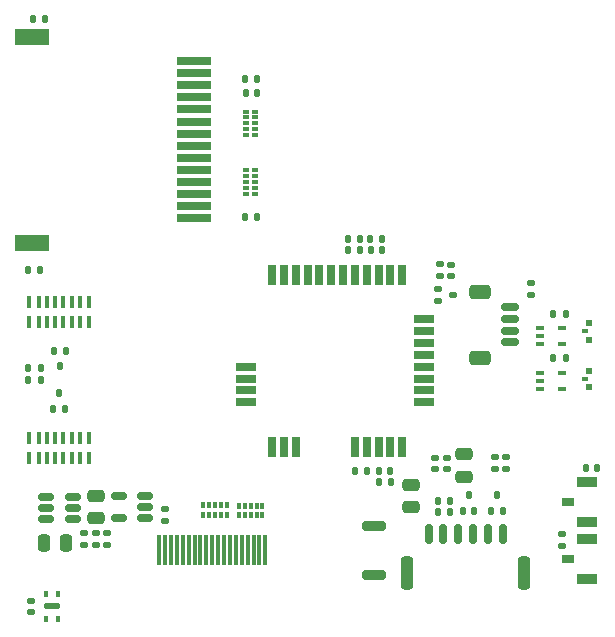
<source format=gbr>
%TF.GenerationSoftware,KiCad,Pcbnew,8.0.7*%
%TF.CreationDate,2024-12-17T16:06:41+01:00*%
%TF.ProjectId,CM5_MINIMA,434d355f-4d49-44e4-994d-412e6b696361,rev?*%
%TF.SameCoordinates,Original*%
%TF.FileFunction,Paste,Top*%
%TF.FilePolarity,Positive*%
%FSLAX46Y46*%
G04 Gerber Fmt 4.6, Leading zero omitted, Abs format (unit mm)*
G04 Created by KiCad (PCBNEW 8.0.7) date 2024-12-17 16:06:41*
%MOMM*%
%LPD*%
G01*
G04 APERTURE LIST*
G04 Aperture macros list*
%AMRoundRect*
0 Rectangle with rounded corners*
0 $1 Rounding radius*
0 $2 $3 $4 $5 $6 $7 $8 $9 X,Y pos of 4 corners*
0 Add a 4 corners polygon primitive as box body*
4,1,4,$2,$3,$4,$5,$6,$7,$8,$9,$2,$3,0*
0 Add four circle primitives for the rounded corners*
1,1,$1+$1,$2,$3*
1,1,$1+$1,$4,$5*
1,1,$1+$1,$6,$7*
1,1,$1+$1,$8,$9*
0 Add four rect primitives between the rounded corners*
20,1,$1+$1,$2,$3,$4,$5,0*
20,1,$1+$1,$4,$5,$6,$7,0*
20,1,$1+$1,$6,$7,$8,$9,0*
20,1,$1+$1,$8,$9,$2,$3,0*%
G04 Aperture macros list end*
%ADD10R,3.000000X0.710000*%
%ADD11R,3.000000X1.400000*%
%ADD12RoundRect,0.150000X0.512500X0.150000X-0.512500X0.150000X-0.512500X-0.150000X0.512500X-0.150000X0*%
%ADD13RoundRect,0.135000X0.185000X-0.135000X0.185000X0.135000X-0.185000X0.135000X-0.185000X-0.135000X0*%
%ADD14RoundRect,0.140000X-0.170000X0.140000X-0.170000X-0.140000X0.170000X-0.140000X0.170000X0.140000X0*%
%ADD15RoundRect,0.150000X0.150000X0.700000X-0.150000X0.700000X-0.150000X-0.700000X0.150000X-0.700000X0*%
%ADD16RoundRect,0.250000X0.250000X1.150000X-0.250000X1.150000X-0.250000X-1.150000X0.250000X-1.150000X0*%
%ADD17R,0.800000X1.800000*%
%ADD18R,1.800000X0.800000*%
%ADD19RoundRect,0.075000X0.075000X0.200000X-0.075000X0.200000X-0.075000X-0.200000X0.075000X-0.200000X0*%
%ADD20R,1.700000X0.900000*%
%ADD21R,1.100000X0.800000*%
%ADD22RoundRect,0.250000X-0.475000X0.250000X-0.475000X-0.250000X0.475000X-0.250000X0.475000X0.250000X0*%
%ADD23RoundRect,0.135000X0.135000X0.185000X-0.135000X0.185000X-0.135000X-0.185000X0.135000X-0.185000X0*%
%ADD24RoundRect,0.147500X0.172500X-0.147500X0.172500X0.147500X-0.172500X0.147500X-0.172500X-0.147500X0*%
%ADD25RoundRect,0.147500X0.147500X0.172500X-0.147500X0.172500X-0.147500X-0.172500X0.147500X-0.172500X0*%
%ADD26RoundRect,0.200000X0.800000X-0.200000X0.800000X0.200000X-0.800000X0.200000X-0.800000X-0.200000X0*%
%ADD27RoundRect,0.140000X0.170000X-0.140000X0.170000X0.140000X-0.170000X0.140000X-0.170000X-0.140000X0*%
%ADD28RoundRect,0.075000X0.200000X-0.075000X0.200000X0.075000X-0.200000X0.075000X-0.200000X-0.075000X0*%
%ADD29RoundRect,0.135000X-0.185000X0.135000X-0.185000X-0.135000X0.185000X-0.135000X0.185000X0.135000X0*%
%ADD30RoundRect,0.125000X0.125000X-0.175000X0.125000X0.175000X-0.125000X0.175000X-0.125000X-0.175000X0*%
%ADD31RoundRect,0.135000X-0.135000X-0.185000X0.135000X-0.185000X0.135000X0.185000X-0.135000X0.185000X0*%
%ADD32RoundRect,0.125000X-0.175000X-0.125000X0.175000X-0.125000X0.175000X0.125000X-0.175000X0.125000X0*%
%ADD33RoundRect,0.250000X0.475000X-0.250000X0.475000X0.250000X-0.475000X0.250000X-0.475000X-0.250000X0*%
%ADD34RoundRect,0.150000X0.625000X-0.150000X0.625000X0.150000X-0.625000X0.150000X-0.625000X-0.150000X0*%
%ADD35RoundRect,0.250000X0.650000X-0.350000X0.650000X0.350000X-0.650000X0.350000X-0.650000X-0.350000X0*%
%ADD36RoundRect,0.250000X-0.250000X-0.475000X0.250000X-0.475000X0.250000X0.475000X-0.250000X0.475000X0*%
%ADD37RoundRect,0.100000X-0.225000X-0.100000X0.225000X-0.100000X0.225000X0.100000X-0.225000X0.100000X0*%
%ADD38RoundRect,0.140000X-0.140000X-0.170000X0.140000X-0.170000X0.140000X0.170000X-0.140000X0.170000X0*%
%ADD39RoundRect,0.087500X0.087500X-0.187500X0.087500X0.187500X-0.087500X0.187500X-0.087500X-0.187500X0*%
%ADD40RoundRect,0.125000X0.575000X-0.125000X0.575000X0.125000X-0.575000X0.125000X-0.575000X-0.125000X0*%
%ADD41RoundRect,0.087500X-0.087500X0.187500X-0.087500X-0.187500X0.087500X-0.187500X0.087500X0.187500X0*%
%ADD42R,0.400000X1.100000*%
%ADD43R,0.300000X2.600000*%
%ADD44RoundRect,0.125000X-0.125000X0.175000X-0.125000X-0.175000X0.125000X-0.175000X0.125000X0.175000X0*%
%ADD45RoundRect,0.140000X0.140000X0.170000X-0.140000X0.170000X-0.140000X-0.170000X0.140000X-0.170000X0*%
%ADD46R,0.600000X0.600000*%
%ADD47R,0.500000X0.400000*%
G04 APERTURE END LIST*
D10*
%TO.C,T401*%
X19270000Y38350000D03*
X19270000Y39370000D03*
X19270000Y40390000D03*
X19270000Y41410000D03*
X19270000Y42430000D03*
X19270000Y43450000D03*
X19270000Y44470000D03*
X19270000Y45490000D03*
X19270000Y46510000D03*
X19270000Y47530000D03*
X19270000Y48550000D03*
X19270000Y49570000D03*
X19270000Y50590000D03*
X19270000Y51610000D03*
D11*
X5570000Y36255000D03*
X5570000Y53705000D03*
%TD*%
D12*
%TO.C,U405*%
X15147500Y12900000D03*
X15147500Y13850000D03*
X15147500Y14800000D03*
X12872500Y14800000D03*
X12872500Y12900000D03*
%TD*%
D13*
%TO.C,R601*%
X50400000Y10600000D03*
X50400000Y11620000D03*
%TD*%
D14*
%TO.C,C504*%
X39700000Y18030000D03*
X39700000Y17070000D03*
%TD*%
D15*
%TO.C,J502*%
X45375000Y11600000D03*
X44125000Y11600000D03*
X42875000Y11600000D03*
X41625000Y11600000D03*
X40375000Y11600000D03*
X39125000Y11600000D03*
D16*
X47225000Y8250000D03*
X37275000Y8250000D03*
%TD*%
D17*
%TO.C,U502*%
X36880000Y33540000D03*
X35880000Y33540000D03*
X34880000Y33539999D03*
X33880000Y33540000D03*
X32880000Y33540000D03*
X31880000Y33540000D03*
X30880000Y33540000D03*
X29880000Y33539999D03*
X28880000Y33540000D03*
X27880000Y33540000D03*
X26880000Y33540000D03*
X25879999Y33540000D03*
D18*
X23630000Y25750000D03*
X23630000Y24750000D03*
X23630000Y23750000D03*
X23630000Y22750000D03*
D17*
X25879999Y18960000D03*
X26880000Y18960000D03*
X27880000Y18960000D03*
X32880000Y18960000D03*
X33880000Y18960000D03*
X34880000Y18960001D03*
X35880000Y18960000D03*
X36880000Y18960000D03*
D18*
X38770000Y22750000D03*
X38770000Y23750000D03*
X38770000Y24750000D03*
X38770000Y25750000D03*
X38770000Y26750000D03*
X38770000Y27750000D03*
X38770000Y28750000D03*
X38770000Y29750000D03*
%TD*%
D19*
%TO.C,U403*%
X25050000Y13985000D03*
X24550000Y13985000D03*
X24050000Y13985000D03*
X23550000Y13985000D03*
X23050000Y13985000D03*
X23050000Y13215000D03*
X23550000Y13215000D03*
X24050000Y13215000D03*
X24550000Y13215000D03*
X25050000Y13215000D03*
%TD*%
D20*
%TO.C,SW602*%
X52550000Y16000000D03*
X52550000Y12600000D03*
D21*
X50910000Y14300000D03*
%TD*%
D22*
%TO.C,C503*%
X42100000Y18349999D03*
X42100000Y16450001D03*
%TD*%
D23*
%TO.C,R504*%
X35909999Y15950000D03*
X34890001Y15950000D03*
%TD*%
D24*
%TO.C,D505*%
X41000000Y33415000D03*
X41000000Y34385000D03*
%TD*%
D20*
%TO.C,SW601*%
X52550000Y11200000D03*
X52550000Y7800000D03*
D21*
X50910000Y9500000D03*
%TD*%
D25*
%TO.C,D504*%
X35170000Y35650000D03*
X34200000Y35650000D03*
%TD*%
D26*
%TO.C,SW501*%
X34500000Y8100000D03*
X34500000Y12300000D03*
%TD*%
D23*
%TO.C,R606*%
X50710000Y30250000D03*
X49690000Y30250000D03*
%TD*%
D13*
%TO.C,R103*%
X45650000Y17090000D03*
X45650000Y18110000D03*
%TD*%
D25*
%TO.C,D503*%
X35155000Y36600000D03*
X34185000Y36600000D03*
%TD*%
D27*
%TO.C,C502*%
X16800000Y12720000D03*
X16800000Y13680000D03*
%TD*%
D12*
%TO.C,U701*%
X9037500Y12850000D03*
X9037500Y13800000D03*
X9037500Y14750000D03*
X6762500Y14750000D03*
X6762500Y13800000D03*
X6762500Y12850000D03*
%TD*%
D28*
%TO.C,U401*%
X24450000Y40400000D03*
X24450000Y40900000D03*
X24450000Y41400000D03*
X24450000Y41900000D03*
X24450000Y42400000D03*
X23680000Y42400000D03*
X23680000Y41900000D03*
X23680000Y41400000D03*
X23680000Y40900000D03*
X23680000Y40400000D03*
%TD*%
D29*
%TO.C,R101*%
X10950000Y11660000D03*
X10950000Y10640000D03*
%TD*%
D13*
%TO.C,R507*%
X40050000Y33390001D03*
X40050000Y34409999D03*
%TD*%
D23*
%TO.C,R402*%
X24610000Y50150000D03*
X23590000Y50150000D03*
%TD*%
D13*
%TO.C,R102*%
X44700000Y17090000D03*
X44700000Y18110000D03*
%TD*%
D30*
%TO.C,D501*%
X44400000Y13550000D03*
X45400000Y13550000D03*
X44900000Y14850000D03*
%TD*%
D23*
%TO.C,R401*%
X24610000Y38400000D03*
X23590000Y38400000D03*
%TD*%
D31*
%TO.C,R505*%
X32260001Y36600000D03*
X33279999Y36600000D03*
%TD*%
D32*
%TO.C,Q501*%
X39900000Y32300000D03*
X39900000Y31300000D03*
X41199999Y31800000D03*
%TD*%
D31*
%TO.C,R403*%
X5590000Y55200000D03*
X6610000Y55200000D03*
%TD*%
D33*
%TO.C,C701*%
X10950000Y12900000D03*
X10950000Y14800000D03*
%TD*%
D14*
%TO.C,C505*%
X40650000Y18030000D03*
X40650000Y17070000D03*
%TD*%
D34*
%TO.C,J601*%
X46025000Y27800000D03*
X46025000Y28800000D03*
X46025000Y29800000D03*
X46025000Y30800000D03*
D35*
X43500000Y26500000D03*
X43500000Y32100000D03*
%TD*%
D36*
%TO.C,C703*%
X6550000Y10850000D03*
X8450000Y10850000D03*
%TD*%
D37*
%TO.C,U602*%
X48550000Y25200000D03*
X48550000Y24550000D03*
X48550000Y23900000D03*
X50450000Y23900000D03*
X50450000Y25200000D03*
%TD*%
D27*
%TO.C,C602*%
X5450000Y4970000D03*
X5450000Y5930000D03*
%TD*%
D38*
%TO.C,C401*%
X23620000Y48900000D03*
X24580000Y48900000D03*
%TD*%
D31*
%TO.C,R702*%
X5240001Y24650000D03*
X6259999Y24650000D03*
%TD*%
D23*
%TO.C,R503*%
X33909999Y16900000D03*
X32890001Y16900000D03*
%TD*%
D39*
%TO.C,U601*%
X6700000Y4425000D03*
X7700000Y4425000D03*
D40*
X7200000Y5450000D03*
D41*
X6700000Y6475000D03*
X7700000Y6475000D03*
%TD*%
D42*
%TO.C,J101*%
X10400000Y29550000D03*
X9600000Y29550000D03*
X8900000Y29550000D03*
X8200000Y29550000D03*
X7500000Y29550000D03*
X6800000Y29550000D03*
X6100000Y29550000D03*
X5300000Y29550000D03*
X5300000Y31250000D03*
X6100000Y31250000D03*
X6800000Y31250000D03*
X7500000Y31250000D03*
X8200000Y31250000D03*
X8900000Y31250000D03*
X9600000Y31250000D03*
X10400000Y31250000D03*
%TD*%
D31*
%TO.C,R501*%
X39890000Y14400000D03*
X40910000Y14400000D03*
%TD*%
%TO.C,R506*%
X32270001Y35649999D03*
X33289999Y35649999D03*
%TD*%
D28*
%TO.C,U402*%
X24430000Y45350000D03*
X24430000Y45850000D03*
X24430000Y46350000D03*
X24430000Y46850000D03*
X24430000Y47350000D03*
X23660000Y47350000D03*
X23660000Y46850000D03*
X23660000Y46350000D03*
X23660000Y45850000D03*
X23660000Y45350000D03*
%TD*%
D14*
%TO.C,C501*%
X11900000Y11630000D03*
X11900000Y10670000D03*
%TD*%
D43*
%TO.C,J501*%
X25300000Y10230000D03*
X24800000Y10230000D03*
X24300000Y10230000D03*
X23800000Y10230000D03*
X23300000Y10230000D03*
X22800000Y10230000D03*
X22300000Y10230000D03*
X21800000Y10230000D03*
X21300000Y10230000D03*
X20800000Y10230000D03*
X20300000Y10230000D03*
X19800000Y10230000D03*
X19300000Y10230000D03*
X18800000Y10230000D03*
X18300000Y10230000D03*
X17800000Y10230000D03*
X17300000Y10230000D03*
X16800000Y10230000D03*
X16300000Y10230000D03*
%TD*%
D29*
%TO.C,R701*%
X9950000Y11660000D03*
X9950000Y10640000D03*
%TD*%
D44*
%TO.C,D101*%
X8400000Y27100000D03*
X7400000Y27100000D03*
X7900000Y25800000D03*
%TD*%
D38*
%TO.C,C102*%
X52420000Y17200000D03*
X53380000Y17200000D03*
%TD*%
D45*
%TO.C,C101*%
X6180000Y33950000D03*
X5220000Y33950000D03*
%TD*%
D37*
%TO.C,U603*%
X48550000Y29000000D03*
X48550000Y28350000D03*
X48550000Y27700000D03*
X50450000Y27700000D03*
X50450000Y29000000D03*
%TD*%
D29*
%TO.C,R104*%
X47800000Y32810000D03*
X47800000Y31790000D03*
%TD*%
D42*
%TO.C,USB701*%
X10400000Y18000000D03*
X9600000Y18000000D03*
X8900000Y18000000D03*
X8200000Y18000000D03*
X7500000Y18000000D03*
X6800000Y18000000D03*
X6100000Y18000000D03*
X5300000Y18000000D03*
X5300000Y19700000D03*
X6100000Y19700000D03*
X6800000Y19700000D03*
X7500000Y19700000D03*
X8200000Y19700000D03*
X8900000Y19700000D03*
X9600000Y19700000D03*
X10400000Y19700000D03*
%TD*%
D30*
%TO.C,D701*%
X7350000Y22200000D03*
X8350000Y22200000D03*
X7850000Y23499999D03*
%TD*%
D33*
%TO.C,C601*%
X37600000Y13850000D03*
X37600000Y15750000D03*
%TD*%
D38*
%TO.C,C506*%
X34920000Y16900000D03*
X35880000Y16900000D03*
%TD*%
D31*
%TO.C,R703*%
X5240001Y25600000D03*
X6259999Y25600000D03*
%TD*%
D46*
%TO.C,D605*%
X52700000Y25400000D03*
X52700000Y24000000D03*
D47*
X52400000Y24700000D03*
%TD*%
D30*
%TO.C,D502*%
X42000000Y13550000D03*
X43000000Y13550000D03*
X42500000Y14850000D03*
%TD*%
D19*
%TO.C,U404*%
X22050000Y14000000D03*
X21550000Y14000000D03*
X21050000Y14000000D03*
X20550000Y14000000D03*
X20050000Y14000000D03*
X20050000Y13230000D03*
X20550000Y13230000D03*
X21050000Y13230000D03*
X21550000Y13230000D03*
X22050000Y13230000D03*
%TD*%
D31*
%TO.C,R502*%
X39890000Y13450000D03*
X40910000Y13450000D03*
%TD*%
D46*
%TO.C,D606*%
X52700000Y29450000D03*
X52700000Y28050000D03*
D47*
X52400000Y28750000D03*
%TD*%
D23*
%TO.C,R605*%
X50710000Y26450000D03*
X49690000Y26450000D03*
%TD*%
M02*

</source>
